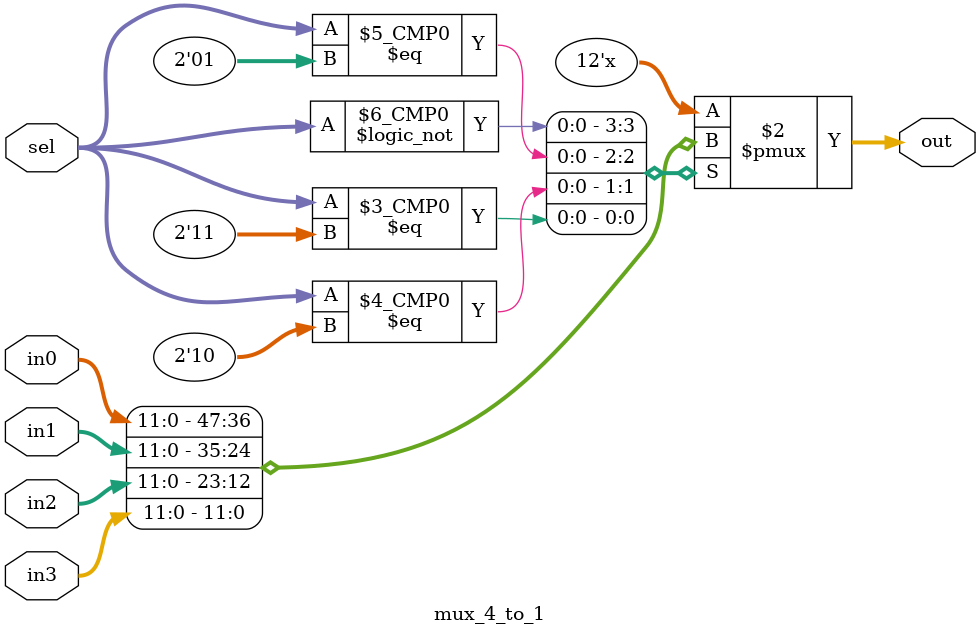
<source format=v>
module mux_4_to_1 (
    input [11:0] in0, // uPC
    input [11:0] in1, // stack (F)
    input [11:0] in2, // Direct (D)
    input [11:0] in3, // Register (R)
    input [1:0]  sel,
    output reg [11:0] out
);

    always @(*) begin
        case (sel)
            2'b00:  out = in0;
            2'b01:  out = in1;
            2'b10:  out = in2;
            2'b11:  out = in3;
            default: out = 12'b000000000000;
        endcase
    end

endmodule
</source>
